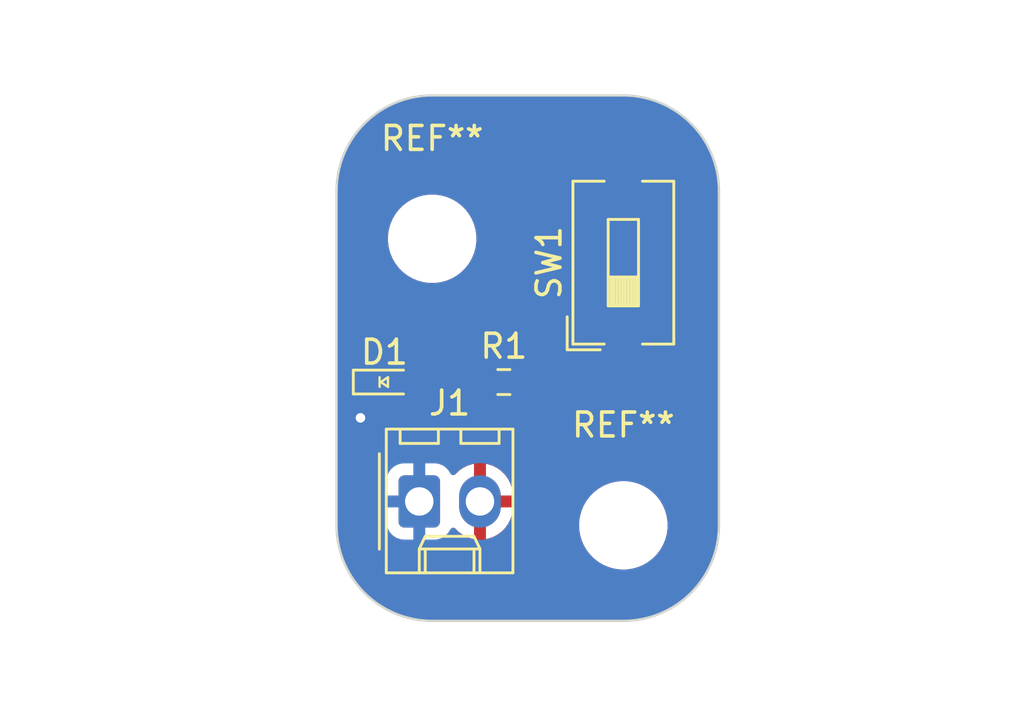
<source format=kicad_pcb>
(kicad_pcb (version 20240108) (generator "pcbnew") (generator_version "8.0")
  (title_block (title "LED Circuit") (date "2024-09-10") (rev "0.0") (company "Illini Solar Car") (comment 1 "Designed By: Ben Zhao"))
  (layers (0 "F.Cu" signal) (31 "B.Cu" signal) (34 "B.Paste" user) (35 "F.Paste" user) (36 "B.SilkS" user "B.Silkscreen") (37 "F.SilkS" user "F.Silkscreen") (38 "B.Mask" user) (39 "F.Mask" user) (44 "Edge.Cuts" user))
  (net 0 "")
  (net 1 "GND")
  (net 2 "Net-(D1-A)")
  (net 3 "Net-(R1-Pad1)")
  (net 4 "+3V3")
  (footprint "Resistor_SMD:R_0603_1608Metric_Pad0.98x0.95mm_HandSolder" (layer "F.Cu") (at 125 81 180)
    (property "Reference" "R1" (at 0 1.5 0) (layer "F.SilkS"))
    (property "Value" "105")
    (fp_line (start -0.254724 0.5225) (end 0.254724 0.5225) (stroke (width 0.12)) (layer "F.SilkS"))
    (fp_line (start -0.254724 -0.5225) (end 0.254724 -0.5225) (stroke (width 0.12)) (layer "F.SilkS"))
    (pad "1" smd roundrect (at -0.9125 0 180) (size 0.975 0.95) (layers "F.Cu" "F.Paste" "F.Mask") (net 3 "Net-(R1-Pad1)"))
    (pad "2" smd roundrect (at 0.9125 0 180) (size 0.975 0.95) (layers "F.Cu" "F.Paste" "F.Mask") (net 2 "Net-(D1-A)"))
  )
  (footprint "layout:LED_0603_Symbol_on_F.SilkS" (layer "F.Cu") (at 120 81)
    (property "Reference" "D1" (at 0 -1.25 0) (layer "F.SilkS"))
    (property "Value" "LED_RED")
    (fp_line (start -1.3 -0.5) (end -1.3 0.5) (stroke (width 0.12)) (layer "F.SilkS"))
    (fp_line (start -1.3 -0.5) (end 0.8 -0.5) (stroke (width 0.12)) (layer "F.SilkS"))
    (fp_line (start -1.3 0.5) (end 0.8 0.5) (stroke (width 0.12)) (layer "F.SilkS"))
    (fp_line (start -0.2 -0.2) (end -0.2 0.2) (stroke (width 0.1)) (layer "F.SilkS"))
    (fp_line (start -0.15 0) (end 0.15 -0.2) (stroke (width 0.1)) (layer "F.SilkS"))
    (fp_line (start 0.15 -0.2) (end 0.15 0.2) (stroke (width 0.1)) (layer "F.SilkS"))
    (fp_line (start 0.15 0.2) (end -0.15 0) (stroke (width 0.1)) (layer "F.SilkS"))
    (pad "1" smd rect (at -0.8 0 180) (size 0.8 0.8) (layers "F.Cu" "F.Paste" "F.Mask") (net 1 "GND"))
    (pad "2" smd rect (at 0.8 0 180) (size 0.8 0.8) (layers "F.Cu" "F.Paste" "F.Mask") (net 2 "Net-(D1-A)"))
  )
  (footprint "MountingHole:MountingHole_3.2mm_M3" (layer "F.Cu") (at 122 75)
    (property "Reference" "REF**" (at 0 -4.2 0) (layer "F.SilkS"))
    (property "Value" "MountingHole_3.2mm_M3")
    (pad "" np_thru_hole circle (at 0 0) (size 3.2 3.2) (drill 3.2) (layers "*.Cu" "*.Mask"))
  )
  (footprint "MountingHole:MountingHole_3.2mm_M3" (layer "F.Cu") (at 130 87)
    (property "Reference" "REF**" (at 0 -4.2 0) (layer "F.SilkS"))
    (property "Value" "MountingHole_3.2mm_M3")
    (pad "" np_thru_hole circle (at 0 0) (size 3.2 3.2) (drill 3.2) (layers "*.Cu" "*.Mask"))
  )
  (footprint "Connector_Molex:Molex_KK-254_AE-6410-02A_1x02_P2.54mm_Vertical" (layer "F.Cu") (at 121.46 86)
    (property "Reference" "J1" (at 1.27 -4.12 0) (layer "F.SilkS"))
    (property "Value" "Conn_01x02")
    (fp_line (start -1.67 -2) (end -1.67 2) (stroke (width 0.12)) (layer "F.SilkS"))
    (fp_line (start -1.38 -3.03) (end -1.38 2.99) (stroke (width 0.12)) (layer "F.SilkS"))
    (fp_line (start -1.38 2.99) (end 3.92 2.99) (stroke (width 0.12)) (layer "F.SilkS"))
    (fp_line (start -0.8 -3.03) (end -0.8 -2.43) (stroke (width 0.12)) (layer "F.SilkS"))
    (fp_line (start -0.8 -2.43) (end 0.8 -2.43) (stroke (width 0.12)) (layer "F.SilkS"))
    (fp_line (start 0 1.99) (end 0.25 1.46) (stroke (width 0.12)) (layer "F.SilkS"))
    (fp_line (start 0 1.99) (end 2.54 1.99) (stroke (width 0.12)) (layer "F.SilkS"))
    (fp_line (start 0 2.99) (end 0 1.99) (stroke (width 0.12)) (layer "F.SilkS"))
    (fp_line (start 0.25 1.46) (end 2.29 1.46) (stroke (width 0.12)) (layer "F.SilkS"))
    (fp_line (start 0.25 2.99) (end 0.25 1.99) (stroke (width 0.12)) (layer "F.SilkS"))
    (fp_line (start 0.8 -2.43) (end 0.8 -3.03) (stroke (width 0.12)) (layer "F.SilkS"))
    (fp_line (start 1.74 -3.03) (end 1.74 -2.43) (stroke (width 0.12)) (layer "F.SilkS"))
    (fp_line (start 1.74 -2.43) (end 3.34 -2.43) (stroke (width 0.12)) (layer "F.SilkS"))
    (fp_line (start 2.29 1.46) (end 2.54 1.99) (stroke (width 0.12)) (layer "F.SilkS"))
    (fp_line (start 2.29 2.99) (end 2.29 1.99) (stroke (width 0.12)) (layer "F.SilkS"))
    (fp_line (start 2.54 1.99) (end 2.54 2.99) (stroke (width 0.12)) (layer "F.SilkS"))
    (fp_line (start 3.34 -2.43) (end 3.34 -3.03) (stroke (width 0.12)) (layer "F.SilkS"))
    (fp_line (start 3.92 -3.03) (end -1.38 -3.03) (stroke (width 0.12)) (layer "F.SilkS"))
    (fp_line (start 3.92 2.99) (end 3.92 -3.03) (stroke (width 0.12)) (layer "F.SilkS"))
    (pad "1" thru_hole roundrect (at 0 0) (size 1.74 2.19) (drill 1.19) (layers "*.Cu" "*.Mask") (roundrect_rratio 0.143678) (net 1 "GND"))
    (pad "2" thru_hole oval (at 2.54 0) (size 1.74 2.19) (drill 1.19) (layers "*.Cu" "*.Mask") (net 4 "+3V3"))
  )
  (footprint "Button_Switch_SMD:SW_DIP_SPSTx01_Slide_6.7x4.1mm_W8.61mm_P2.54mm_LowProfile" (layer "F.Cu") (at 130 76 90)
    (property "Reference" "SW1" (at 0 -3.11 90) (layer "F.SilkS"))
    (property "Value" "SW_Push")
    (fp_line (start -3.65 -2.35) (end -2.267 -2.35) (stroke (width 0.12)) (layer "F.SilkS"))
    (fp_line (start -3.65 -2.35) (end -3.65 -0.967) (stroke (width 0.12)) (layer "F.SilkS"))
    (fp_line (start 3.41 -2.11) (end 3.41 -0.8) (stroke (width 0.12)) (layer "F.SilkS"))
    (fp_line (start -3.41 -2.11) (end 3.41 -2.11) (stroke (width 0.12)) (layer "F.SilkS"))
    (fp_line (start -3.41 -2.11) (end -3.41 -0.8) (stroke (width 0.12)) (layer "F.SilkS"))
    (fp_line (start 1.81 -0.635) (end -1.81 -0.635) (stroke (width 0.12)) (layer "F.SilkS"))
    (fp_line (start -0.603333 -0.635) (end -0.603333 0.635) (stroke (width 0.12)) (layer "F.SilkS"))
    (fp_line (start -1.81 -0.635) (end -1.81 0.635) (stroke (width 0.12)) (layer "F.SilkS"))
    (fp_line (start -1.81 -0.515) (end -0.603333 -0.515) (stroke (width 0.12)) (layer "F.SilkS"))
    (fp_line (start -1.81 -0.395) (end -0.603333 -0.395) (stroke (width 0.12)) (layer "F.SilkS"))
    (fp_line (start -1.81 -0.275) (end -0.603333 -0.275) (stroke (width 0.12)) (layer "F.SilkS"))
    (fp_line (start -1.81 -0.155) (end -0.603333 -0.155) (stroke (width 0.12)) (layer "F.SilkS"))
    (fp_line (start -1.81 -0.035) (end -0.603333 -0.035) (stroke (width 0.12)) (layer "F.SilkS"))
    (fp_line (start -1.81 0.085) (end -0.603333 0.085) (stroke (width 0.12)) (layer "F.SilkS"))
    (fp_line (start -1.81 0.205) (end -0.603333 0.205) (stroke (width 0.12)) (layer "F.SilkS"))
    (fp_line (start -1.81 0.325) (end -0.603333 0.325) (stroke (width 0.12)) (layer "F.SilkS"))
    (fp_line (start -1.81 0.445) (end -0.603333 0.445) (stroke (width 0.12)) (layer "F.SilkS"))
    (fp_line (start -1.81 0.565) (end -0.603333 0.565) (stroke (width 0.12)) (layer "F.SilkS"))
    (fp_line (start 1.81 0.635) (end 1.81 -0.635) (stroke (width 0.12)) (layer "F.SilkS"))
    (fp_line (start -1.81 0.635) (end 1.81 0.635) (stroke (width 0.12)) (layer "F.SilkS"))
    (fp_line (start 3.41 0.8) (end 3.41 2.11) (stroke (width 0.12)) (layer "F.SilkS"))
    (fp_line (start -3.41 0.8) (end -3.41 2.11) (stroke (width 0.12)) (layer "F.SilkS"))
    (fp_line (start -3.41 2.11) (end 3.41 2.11) (stroke (width 0.12)) (layer "F.SilkS"))
    (pad "1" smd rect (at -4.305 0 90) (size 2.44 1.12) (layers "F.Cu" "F.Paste" "F.Mask") (net 4 "+3V3"))
    (pad "2" smd rect (at 4.305 0 90) (size 2.44 1.12) (layers "F.Cu" "F.Paste" "F.Mask") (net 3 "Net-(R1-Pad1)"))
  )
  (gr_line (start 122 69) (end 130 69) (stroke (width 0.1)) (layer "Edge.Cuts"))
  (gr_line (start 130 91) (end 122 91) (stroke (width 0.1)) (layer "Edge.Cuts"))
  (gr_arc (start 118 73) (mid 119.171573 70.171573) (end 122 69) (stroke (width 0.1)) (layer "Edge.Cuts"))
  (gr_line (start 134 73) (end 134 87) (stroke (width 0.1)) (layer "Edge.Cuts"))
  (gr_arc (start 134 87) (mid 132.828427 89.828427) (end 130 91) (stroke (width 0.1)) (layer "Edge.Cuts"))
  (gr_line (start 118 87) (end 118 73) (stroke (width 0.1)) (layer "Edge.Cuts"))
  (gr_arc (start 122 91) (mid 119.171573 89.828427) (end 118 87) (stroke (width 0.1)) (layer "Edge.Cuts"))
  (gr_arc (start 130 69) (mid 132.828427 70.171573) (end 134 73) (stroke (width 0.1)) (layer "Edge.Cuts"))
  (segment (start 119.2 82.3) (end 119 82.5) (width 0.25) (layer "F.Cu") (net 1))
  (segment (start 119.2 81) (end 119.2 82.3) (width 0.25) (layer "F.Cu") (net 1))
  (via (at 119 82.5) (size 0.8) (drill 0.4) (layers "F.Cu" "B.Cu") (net 1))
  (segment (start 124.0875 81) (end 120.8 81) (width 0.25) (layer "F.Cu") (net 2))
  (segment (start 126.5 75.195) (end 126.5 80.4125) (width 0.25) (layer "F.Cu") (net 3))
  (segment (start 130 71.695) (end 126.5 75.195) (width 0.25) (layer "F.Cu") (net 3))
  (segment (start 126.5 80.4125) (end 125.9125 81) (width 0.25) (layer "F.Cu") (net 3))
  (zone (net 4) (net_name "+3V3") (layer "F.Cu") (connect_pads (clearance 0.508)) (min_thickness 0.25) (fill yes (thermal_gap 0.5) (thermal_bridge_width 0.5))
    (polygon (pts (xy 118 69) (xy 134 69) (xy 134 91) (xy 118 91)))
  )
  (zone (net 1) (net_name "GND") (layer "B.Cu") (priority 1) (connect_pads (clearance 0.508)) (min_thickness 0.25) (fill yes (thermal_gap 0.5) (thermal_bridge_width 0.5))
    (polygon (pts (xy 118 69) (xy 134 69) (xy 134 91) (xy 118 91)))
  )
)
</source>
